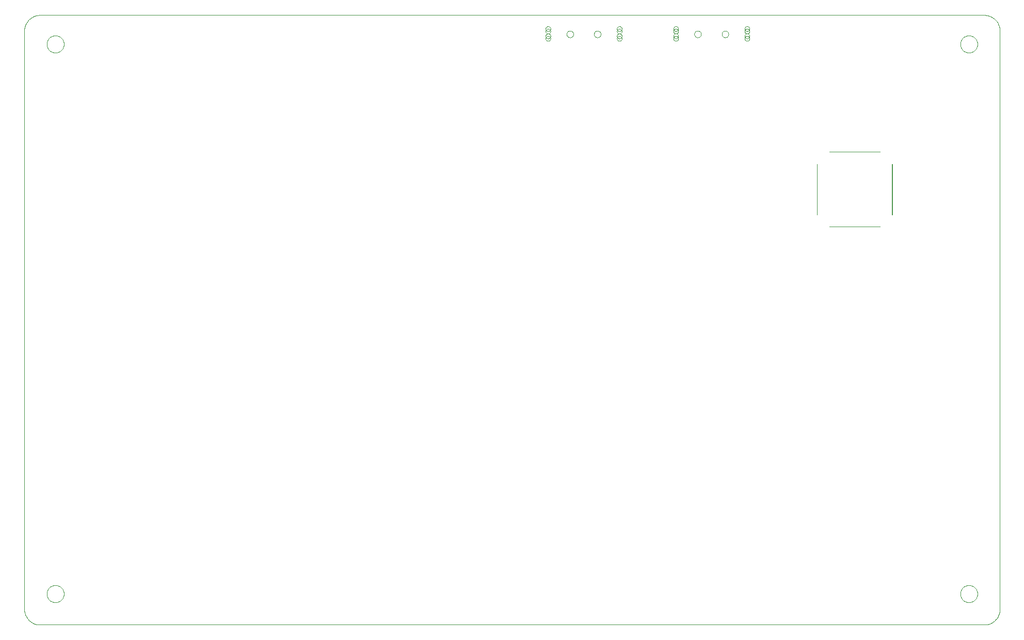
<source format=gbp>
G75*
%MOIN*%
%OFA0B0*%
%FSLAX24Y24*%
%IPPOS*%
%LPD*%
%AMOC8*
5,1,8,0,0,1.08239X$1,22.5*
%
%ADD10C,0.0000*%
%ADD11C,0.0080*%
D10*
X000350Y001350D02*
X000350Y038720D01*
X000352Y038780D01*
X000357Y038841D01*
X000366Y038900D01*
X000379Y038959D01*
X000395Y039018D01*
X000415Y039075D01*
X000438Y039130D01*
X000465Y039185D01*
X000494Y039237D01*
X000527Y039288D01*
X000563Y039337D01*
X000601Y039383D01*
X000643Y039427D01*
X000687Y039469D01*
X000733Y039507D01*
X000782Y039543D01*
X000833Y039576D01*
X000885Y039605D01*
X000940Y039632D01*
X000995Y039655D01*
X001052Y039675D01*
X001111Y039691D01*
X001170Y039704D01*
X001229Y039713D01*
X001290Y039718D01*
X001350Y039720D01*
X062342Y039720D01*
X062402Y039718D01*
X062463Y039713D01*
X062522Y039704D01*
X062581Y039691D01*
X062640Y039675D01*
X062697Y039655D01*
X062752Y039632D01*
X062807Y039605D01*
X062859Y039576D01*
X062910Y039543D01*
X062959Y039507D01*
X063005Y039469D01*
X063049Y039427D01*
X063091Y039383D01*
X063129Y039337D01*
X063165Y039288D01*
X063198Y039237D01*
X063227Y039185D01*
X063254Y039130D01*
X063277Y039075D01*
X063297Y039018D01*
X063313Y038959D01*
X063326Y038900D01*
X063335Y038841D01*
X063340Y038780D01*
X063342Y038720D01*
X063342Y001350D01*
X063340Y001290D01*
X063335Y001229D01*
X063326Y001170D01*
X063313Y001111D01*
X063297Y001052D01*
X063277Y000995D01*
X063254Y000940D01*
X063227Y000885D01*
X063198Y000833D01*
X063165Y000782D01*
X063129Y000733D01*
X063091Y000687D01*
X063049Y000643D01*
X063005Y000601D01*
X062959Y000563D01*
X062910Y000527D01*
X062859Y000494D01*
X062807Y000465D01*
X062752Y000438D01*
X062697Y000415D01*
X062640Y000395D01*
X062581Y000379D01*
X062522Y000366D01*
X062463Y000357D01*
X062402Y000352D01*
X062342Y000350D01*
X001350Y000350D01*
X001290Y000352D01*
X001229Y000357D01*
X001170Y000366D01*
X001111Y000379D01*
X001052Y000395D01*
X000995Y000415D01*
X000940Y000438D01*
X000885Y000465D01*
X000833Y000494D01*
X000782Y000527D01*
X000733Y000563D01*
X000687Y000601D01*
X000643Y000643D01*
X000601Y000687D01*
X000563Y000733D01*
X000527Y000782D01*
X000494Y000833D01*
X000465Y000885D01*
X000438Y000940D01*
X000415Y000995D01*
X000395Y001052D01*
X000379Y001111D01*
X000366Y001170D01*
X000357Y001229D01*
X000352Y001290D01*
X000350Y001350D01*
X001799Y002350D02*
X001801Y002397D01*
X001807Y002443D01*
X001817Y002489D01*
X001830Y002534D01*
X001848Y002577D01*
X001869Y002619D01*
X001893Y002659D01*
X001921Y002696D01*
X001952Y002731D01*
X001986Y002764D01*
X002022Y002793D01*
X002061Y002819D01*
X002102Y002842D01*
X002145Y002861D01*
X002189Y002877D01*
X002234Y002889D01*
X002280Y002897D01*
X002327Y002901D01*
X002373Y002901D01*
X002420Y002897D01*
X002466Y002889D01*
X002511Y002877D01*
X002555Y002861D01*
X002598Y002842D01*
X002639Y002819D01*
X002678Y002793D01*
X002714Y002764D01*
X002748Y002731D01*
X002779Y002696D01*
X002807Y002659D01*
X002831Y002619D01*
X002852Y002577D01*
X002870Y002534D01*
X002883Y002489D01*
X002893Y002443D01*
X002899Y002397D01*
X002901Y002350D01*
X002899Y002303D01*
X002893Y002257D01*
X002883Y002211D01*
X002870Y002166D01*
X002852Y002123D01*
X002831Y002081D01*
X002807Y002041D01*
X002779Y002004D01*
X002748Y001969D01*
X002714Y001936D01*
X002678Y001907D01*
X002639Y001881D01*
X002598Y001858D01*
X002555Y001839D01*
X002511Y001823D01*
X002466Y001811D01*
X002420Y001803D01*
X002373Y001799D01*
X002327Y001799D01*
X002280Y001803D01*
X002234Y001811D01*
X002189Y001823D01*
X002145Y001839D01*
X002102Y001858D01*
X002061Y001881D01*
X002022Y001907D01*
X001986Y001936D01*
X001952Y001969D01*
X001921Y002004D01*
X001893Y002041D01*
X001869Y002081D01*
X001848Y002123D01*
X001830Y002166D01*
X001817Y002211D01*
X001807Y002257D01*
X001801Y002303D01*
X001799Y002350D01*
X001799Y037850D02*
X001801Y037897D01*
X001807Y037943D01*
X001817Y037989D01*
X001830Y038034D01*
X001848Y038077D01*
X001869Y038119D01*
X001893Y038159D01*
X001921Y038196D01*
X001952Y038231D01*
X001986Y038264D01*
X002022Y038293D01*
X002061Y038319D01*
X002102Y038342D01*
X002145Y038361D01*
X002189Y038377D01*
X002234Y038389D01*
X002280Y038397D01*
X002327Y038401D01*
X002373Y038401D01*
X002420Y038397D01*
X002466Y038389D01*
X002511Y038377D01*
X002555Y038361D01*
X002598Y038342D01*
X002639Y038319D01*
X002678Y038293D01*
X002714Y038264D01*
X002748Y038231D01*
X002779Y038196D01*
X002807Y038159D01*
X002831Y038119D01*
X002852Y038077D01*
X002870Y038034D01*
X002883Y037989D01*
X002893Y037943D01*
X002899Y037897D01*
X002901Y037850D01*
X002899Y037803D01*
X002893Y037757D01*
X002883Y037711D01*
X002870Y037666D01*
X002852Y037623D01*
X002831Y037581D01*
X002807Y037541D01*
X002779Y037504D01*
X002748Y037469D01*
X002714Y037436D01*
X002678Y037407D01*
X002639Y037381D01*
X002598Y037358D01*
X002555Y037339D01*
X002511Y037323D01*
X002466Y037311D01*
X002420Y037303D01*
X002373Y037299D01*
X002327Y037299D01*
X002280Y037303D01*
X002234Y037311D01*
X002189Y037323D01*
X002145Y037339D01*
X002102Y037358D01*
X002061Y037381D01*
X002022Y037407D01*
X001986Y037436D01*
X001952Y037469D01*
X001921Y037504D01*
X001893Y037541D01*
X001869Y037581D01*
X001848Y037623D01*
X001830Y037666D01*
X001817Y037711D01*
X001807Y037757D01*
X001801Y037803D01*
X001799Y037850D01*
X034015Y038209D02*
X034017Y038234D01*
X034023Y038258D01*
X034032Y038280D01*
X034045Y038301D01*
X034061Y038320D01*
X034080Y038336D01*
X034101Y038349D01*
X034123Y038358D01*
X034147Y038364D01*
X034172Y038366D01*
X034197Y038364D01*
X034221Y038358D01*
X034243Y038349D01*
X034264Y038336D01*
X034283Y038320D01*
X034299Y038301D01*
X034312Y038280D01*
X034321Y038258D01*
X034327Y038234D01*
X034329Y038209D01*
X034327Y038184D01*
X034321Y038160D01*
X034312Y038138D01*
X034299Y038117D01*
X034283Y038098D01*
X034264Y038082D01*
X034243Y038069D01*
X034221Y038060D01*
X034197Y038054D01*
X034172Y038052D01*
X034147Y038054D01*
X034123Y038060D01*
X034101Y038069D01*
X034080Y038082D01*
X034061Y038098D01*
X034045Y038117D01*
X034032Y038138D01*
X034023Y038160D01*
X034017Y038184D01*
X034015Y038209D01*
X034015Y038367D02*
X034017Y038392D01*
X034023Y038416D01*
X034032Y038438D01*
X034045Y038459D01*
X034061Y038478D01*
X034080Y038494D01*
X034101Y038507D01*
X034123Y038516D01*
X034147Y038522D01*
X034172Y038524D01*
X034197Y038522D01*
X034221Y038516D01*
X034243Y038507D01*
X034264Y038494D01*
X034283Y038478D01*
X034299Y038459D01*
X034312Y038438D01*
X034321Y038416D01*
X034327Y038392D01*
X034329Y038367D01*
X034327Y038342D01*
X034321Y038318D01*
X034312Y038296D01*
X034299Y038275D01*
X034283Y038256D01*
X034264Y038240D01*
X034243Y038227D01*
X034221Y038218D01*
X034197Y038212D01*
X034172Y038210D01*
X034147Y038212D01*
X034123Y038218D01*
X034101Y038227D01*
X034080Y038240D01*
X034061Y038256D01*
X034045Y038275D01*
X034032Y038296D01*
X034023Y038318D01*
X034017Y038342D01*
X034015Y038367D01*
X034015Y038682D02*
X034017Y038707D01*
X034023Y038731D01*
X034032Y038753D01*
X034045Y038774D01*
X034061Y038793D01*
X034080Y038809D01*
X034101Y038822D01*
X034123Y038831D01*
X034147Y038837D01*
X034172Y038839D01*
X034197Y038837D01*
X034221Y038831D01*
X034243Y038822D01*
X034264Y038809D01*
X034283Y038793D01*
X034299Y038774D01*
X034312Y038753D01*
X034321Y038731D01*
X034327Y038707D01*
X034329Y038682D01*
X034327Y038657D01*
X034321Y038633D01*
X034312Y038611D01*
X034299Y038590D01*
X034283Y038571D01*
X034264Y038555D01*
X034243Y038542D01*
X034221Y038533D01*
X034197Y038527D01*
X034172Y038525D01*
X034147Y038527D01*
X034123Y038533D01*
X034101Y038542D01*
X034080Y038555D01*
X034061Y038571D01*
X034045Y038590D01*
X034032Y038611D01*
X034023Y038633D01*
X034017Y038657D01*
X034015Y038682D01*
X034015Y038839D02*
X034017Y038864D01*
X034023Y038888D01*
X034032Y038910D01*
X034045Y038931D01*
X034061Y038950D01*
X034080Y038966D01*
X034101Y038979D01*
X034123Y038988D01*
X034147Y038994D01*
X034172Y038996D01*
X034197Y038994D01*
X034221Y038988D01*
X034243Y038979D01*
X034264Y038966D01*
X034283Y038950D01*
X034299Y038931D01*
X034312Y038910D01*
X034321Y038888D01*
X034327Y038864D01*
X034329Y038839D01*
X034327Y038814D01*
X034321Y038790D01*
X034312Y038768D01*
X034299Y038747D01*
X034283Y038728D01*
X034264Y038712D01*
X034243Y038699D01*
X034221Y038690D01*
X034197Y038684D01*
X034172Y038682D01*
X034147Y038684D01*
X034123Y038690D01*
X034101Y038699D01*
X034080Y038712D01*
X034061Y038728D01*
X034045Y038747D01*
X034032Y038768D01*
X034023Y038790D01*
X034017Y038814D01*
X034015Y038839D01*
X035372Y038497D02*
X035374Y038526D01*
X035380Y038554D01*
X035389Y038582D01*
X035402Y038608D01*
X035419Y038631D01*
X035438Y038653D01*
X035460Y038672D01*
X035485Y038687D01*
X035511Y038700D01*
X035539Y038708D01*
X035567Y038713D01*
X035596Y038714D01*
X035625Y038711D01*
X035653Y038704D01*
X035680Y038694D01*
X035706Y038680D01*
X035729Y038663D01*
X035750Y038643D01*
X035768Y038620D01*
X035783Y038595D01*
X035794Y038568D01*
X035802Y038540D01*
X035806Y038511D01*
X035806Y038483D01*
X035802Y038454D01*
X035794Y038426D01*
X035783Y038399D01*
X035768Y038374D01*
X035750Y038351D01*
X035729Y038331D01*
X035706Y038314D01*
X035680Y038300D01*
X035653Y038290D01*
X035625Y038283D01*
X035596Y038280D01*
X035567Y038281D01*
X035539Y038286D01*
X035511Y038294D01*
X035485Y038307D01*
X035460Y038322D01*
X035438Y038341D01*
X035419Y038363D01*
X035402Y038386D01*
X035389Y038412D01*
X035380Y038440D01*
X035374Y038468D01*
X035372Y038497D01*
X037144Y038497D02*
X037146Y038526D01*
X037152Y038554D01*
X037161Y038582D01*
X037174Y038608D01*
X037191Y038631D01*
X037210Y038653D01*
X037232Y038672D01*
X037257Y038687D01*
X037283Y038700D01*
X037311Y038708D01*
X037339Y038713D01*
X037368Y038714D01*
X037397Y038711D01*
X037425Y038704D01*
X037452Y038694D01*
X037478Y038680D01*
X037501Y038663D01*
X037522Y038643D01*
X037540Y038620D01*
X037555Y038595D01*
X037566Y038568D01*
X037574Y038540D01*
X037578Y038511D01*
X037578Y038483D01*
X037574Y038454D01*
X037566Y038426D01*
X037555Y038399D01*
X037540Y038374D01*
X037522Y038351D01*
X037501Y038331D01*
X037478Y038314D01*
X037452Y038300D01*
X037425Y038290D01*
X037397Y038283D01*
X037368Y038280D01*
X037339Y038281D01*
X037311Y038286D01*
X037283Y038294D01*
X037257Y038307D01*
X037232Y038322D01*
X037210Y038341D01*
X037191Y038363D01*
X037174Y038386D01*
X037161Y038412D01*
X037152Y038440D01*
X037146Y038468D01*
X037144Y038497D01*
X038621Y038367D02*
X038623Y038392D01*
X038629Y038416D01*
X038638Y038438D01*
X038651Y038459D01*
X038667Y038478D01*
X038686Y038494D01*
X038707Y038507D01*
X038729Y038516D01*
X038753Y038522D01*
X038778Y038524D01*
X038803Y038522D01*
X038827Y038516D01*
X038849Y038507D01*
X038870Y038494D01*
X038889Y038478D01*
X038905Y038459D01*
X038918Y038438D01*
X038927Y038416D01*
X038933Y038392D01*
X038935Y038367D01*
X038933Y038342D01*
X038927Y038318D01*
X038918Y038296D01*
X038905Y038275D01*
X038889Y038256D01*
X038870Y038240D01*
X038849Y038227D01*
X038827Y038218D01*
X038803Y038212D01*
X038778Y038210D01*
X038753Y038212D01*
X038729Y038218D01*
X038707Y038227D01*
X038686Y038240D01*
X038667Y038256D01*
X038651Y038275D01*
X038638Y038296D01*
X038629Y038318D01*
X038623Y038342D01*
X038621Y038367D01*
X038621Y038209D02*
X038623Y038234D01*
X038629Y038258D01*
X038638Y038280D01*
X038651Y038301D01*
X038667Y038320D01*
X038686Y038336D01*
X038707Y038349D01*
X038729Y038358D01*
X038753Y038364D01*
X038778Y038366D01*
X038803Y038364D01*
X038827Y038358D01*
X038849Y038349D01*
X038870Y038336D01*
X038889Y038320D01*
X038905Y038301D01*
X038918Y038280D01*
X038927Y038258D01*
X038933Y038234D01*
X038935Y038209D01*
X038933Y038184D01*
X038927Y038160D01*
X038918Y038138D01*
X038905Y038117D01*
X038889Y038098D01*
X038870Y038082D01*
X038849Y038069D01*
X038827Y038060D01*
X038803Y038054D01*
X038778Y038052D01*
X038753Y038054D01*
X038729Y038060D01*
X038707Y038069D01*
X038686Y038082D01*
X038667Y038098D01*
X038651Y038117D01*
X038638Y038138D01*
X038629Y038160D01*
X038623Y038184D01*
X038621Y038209D01*
X038621Y038682D02*
X038623Y038707D01*
X038629Y038731D01*
X038638Y038753D01*
X038651Y038774D01*
X038667Y038793D01*
X038686Y038809D01*
X038707Y038822D01*
X038729Y038831D01*
X038753Y038837D01*
X038778Y038839D01*
X038803Y038837D01*
X038827Y038831D01*
X038849Y038822D01*
X038870Y038809D01*
X038889Y038793D01*
X038905Y038774D01*
X038918Y038753D01*
X038927Y038731D01*
X038933Y038707D01*
X038935Y038682D01*
X038933Y038657D01*
X038927Y038633D01*
X038918Y038611D01*
X038905Y038590D01*
X038889Y038571D01*
X038870Y038555D01*
X038849Y038542D01*
X038827Y038533D01*
X038803Y038527D01*
X038778Y038525D01*
X038753Y038527D01*
X038729Y038533D01*
X038707Y038542D01*
X038686Y038555D01*
X038667Y038571D01*
X038651Y038590D01*
X038638Y038611D01*
X038629Y038633D01*
X038623Y038657D01*
X038621Y038682D01*
X038621Y038839D02*
X038623Y038864D01*
X038629Y038888D01*
X038638Y038910D01*
X038651Y038931D01*
X038667Y038950D01*
X038686Y038966D01*
X038707Y038979D01*
X038729Y038988D01*
X038753Y038994D01*
X038778Y038996D01*
X038803Y038994D01*
X038827Y038988D01*
X038849Y038979D01*
X038870Y038966D01*
X038889Y038950D01*
X038905Y038931D01*
X038918Y038910D01*
X038927Y038888D01*
X038933Y038864D01*
X038935Y038839D01*
X038933Y038814D01*
X038927Y038790D01*
X038918Y038768D01*
X038905Y038747D01*
X038889Y038728D01*
X038870Y038712D01*
X038849Y038699D01*
X038827Y038690D01*
X038803Y038684D01*
X038778Y038682D01*
X038753Y038684D01*
X038729Y038690D01*
X038707Y038699D01*
X038686Y038712D01*
X038667Y038728D01*
X038651Y038747D01*
X038638Y038768D01*
X038629Y038790D01*
X038623Y038814D01*
X038621Y038839D01*
X042265Y038839D02*
X042267Y038864D01*
X042273Y038888D01*
X042282Y038910D01*
X042295Y038931D01*
X042311Y038950D01*
X042330Y038966D01*
X042351Y038979D01*
X042373Y038988D01*
X042397Y038994D01*
X042422Y038996D01*
X042447Y038994D01*
X042471Y038988D01*
X042493Y038979D01*
X042514Y038966D01*
X042533Y038950D01*
X042549Y038931D01*
X042562Y038910D01*
X042571Y038888D01*
X042577Y038864D01*
X042579Y038839D01*
X042577Y038814D01*
X042571Y038790D01*
X042562Y038768D01*
X042549Y038747D01*
X042533Y038728D01*
X042514Y038712D01*
X042493Y038699D01*
X042471Y038690D01*
X042447Y038684D01*
X042422Y038682D01*
X042397Y038684D01*
X042373Y038690D01*
X042351Y038699D01*
X042330Y038712D01*
X042311Y038728D01*
X042295Y038747D01*
X042282Y038768D01*
X042273Y038790D01*
X042267Y038814D01*
X042265Y038839D01*
X042265Y038682D02*
X042267Y038707D01*
X042273Y038731D01*
X042282Y038753D01*
X042295Y038774D01*
X042311Y038793D01*
X042330Y038809D01*
X042351Y038822D01*
X042373Y038831D01*
X042397Y038837D01*
X042422Y038839D01*
X042447Y038837D01*
X042471Y038831D01*
X042493Y038822D01*
X042514Y038809D01*
X042533Y038793D01*
X042549Y038774D01*
X042562Y038753D01*
X042571Y038731D01*
X042577Y038707D01*
X042579Y038682D01*
X042577Y038657D01*
X042571Y038633D01*
X042562Y038611D01*
X042549Y038590D01*
X042533Y038571D01*
X042514Y038555D01*
X042493Y038542D01*
X042471Y038533D01*
X042447Y038527D01*
X042422Y038525D01*
X042397Y038527D01*
X042373Y038533D01*
X042351Y038542D01*
X042330Y038555D01*
X042311Y038571D01*
X042295Y038590D01*
X042282Y038611D01*
X042273Y038633D01*
X042267Y038657D01*
X042265Y038682D01*
X042265Y038367D02*
X042267Y038392D01*
X042273Y038416D01*
X042282Y038438D01*
X042295Y038459D01*
X042311Y038478D01*
X042330Y038494D01*
X042351Y038507D01*
X042373Y038516D01*
X042397Y038522D01*
X042422Y038524D01*
X042447Y038522D01*
X042471Y038516D01*
X042493Y038507D01*
X042514Y038494D01*
X042533Y038478D01*
X042549Y038459D01*
X042562Y038438D01*
X042571Y038416D01*
X042577Y038392D01*
X042579Y038367D01*
X042577Y038342D01*
X042571Y038318D01*
X042562Y038296D01*
X042549Y038275D01*
X042533Y038256D01*
X042514Y038240D01*
X042493Y038227D01*
X042471Y038218D01*
X042447Y038212D01*
X042422Y038210D01*
X042397Y038212D01*
X042373Y038218D01*
X042351Y038227D01*
X042330Y038240D01*
X042311Y038256D01*
X042295Y038275D01*
X042282Y038296D01*
X042273Y038318D01*
X042267Y038342D01*
X042265Y038367D01*
X042265Y038209D02*
X042267Y038234D01*
X042273Y038258D01*
X042282Y038280D01*
X042295Y038301D01*
X042311Y038320D01*
X042330Y038336D01*
X042351Y038349D01*
X042373Y038358D01*
X042397Y038364D01*
X042422Y038366D01*
X042447Y038364D01*
X042471Y038358D01*
X042493Y038349D01*
X042514Y038336D01*
X042533Y038320D01*
X042549Y038301D01*
X042562Y038280D01*
X042571Y038258D01*
X042577Y038234D01*
X042579Y038209D01*
X042577Y038184D01*
X042571Y038160D01*
X042562Y038138D01*
X042549Y038117D01*
X042533Y038098D01*
X042514Y038082D01*
X042493Y038069D01*
X042471Y038060D01*
X042447Y038054D01*
X042422Y038052D01*
X042397Y038054D01*
X042373Y038060D01*
X042351Y038069D01*
X042330Y038082D01*
X042311Y038098D01*
X042295Y038117D01*
X042282Y038138D01*
X042273Y038160D01*
X042267Y038184D01*
X042265Y038209D01*
X043622Y038497D02*
X043624Y038526D01*
X043630Y038554D01*
X043639Y038582D01*
X043652Y038608D01*
X043669Y038631D01*
X043688Y038653D01*
X043710Y038672D01*
X043735Y038687D01*
X043761Y038700D01*
X043789Y038708D01*
X043817Y038713D01*
X043846Y038714D01*
X043875Y038711D01*
X043903Y038704D01*
X043930Y038694D01*
X043956Y038680D01*
X043979Y038663D01*
X044000Y038643D01*
X044018Y038620D01*
X044033Y038595D01*
X044044Y038568D01*
X044052Y038540D01*
X044056Y038511D01*
X044056Y038483D01*
X044052Y038454D01*
X044044Y038426D01*
X044033Y038399D01*
X044018Y038374D01*
X044000Y038351D01*
X043979Y038331D01*
X043956Y038314D01*
X043930Y038300D01*
X043903Y038290D01*
X043875Y038283D01*
X043846Y038280D01*
X043817Y038281D01*
X043789Y038286D01*
X043761Y038294D01*
X043735Y038307D01*
X043710Y038322D01*
X043688Y038341D01*
X043669Y038363D01*
X043652Y038386D01*
X043639Y038412D01*
X043630Y038440D01*
X043624Y038468D01*
X043622Y038497D01*
X045394Y038497D02*
X045396Y038526D01*
X045402Y038554D01*
X045411Y038582D01*
X045424Y038608D01*
X045441Y038631D01*
X045460Y038653D01*
X045482Y038672D01*
X045507Y038687D01*
X045533Y038700D01*
X045561Y038708D01*
X045589Y038713D01*
X045618Y038714D01*
X045647Y038711D01*
X045675Y038704D01*
X045702Y038694D01*
X045728Y038680D01*
X045751Y038663D01*
X045772Y038643D01*
X045790Y038620D01*
X045805Y038595D01*
X045816Y038568D01*
X045824Y038540D01*
X045828Y038511D01*
X045828Y038483D01*
X045824Y038454D01*
X045816Y038426D01*
X045805Y038399D01*
X045790Y038374D01*
X045772Y038351D01*
X045751Y038331D01*
X045728Y038314D01*
X045702Y038300D01*
X045675Y038290D01*
X045647Y038283D01*
X045618Y038280D01*
X045589Y038281D01*
X045561Y038286D01*
X045533Y038294D01*
X045507Y038307D01*
X045482Y038322D01*
X045460Y038341D01*
X045441Y038363D01*
X045424Y038386D01*
X045411Y038412D01*
X045402Y038440D01*
X045396Y038468D01*
X045394Y038497D01*
X046871Y038367D02*
X046873Y038392D01*
X046879Y038416D01*
X046888Y038438D01*
X046901Y038459D01*
X046917Y038478D01*
X046936Y038494D01*
X046957Y038507D01*
X046979Y038516D01*
X047003Y038522D01*
X047028Y038524D01*
X047053Y038522D01*
X047077Y038516D01*
X047099Y038507D01*
X047120Y038494D01*
X047139Y038478D01*
X047155Y038459D01*
X047168Y038438D01*
X047177Y038416D01*
X047183Y038392D01*
X047185Y038367D01*
X047183Y038342D01*
X047177Y038318D01*
X047168Y038296D01*
X047155Y038275D01*
X047139Y038256D01*
X047120Y038240D01*
X047099Y038227D01*
X047077Y038218D01*
X047053Y038212D01*
X047028Y038210D01*
X047003Y038212D01*
X046979Y038218D01*
X046957Y038227D01*
X046936Y038240D01*
X046917Y038256D01*
X046901Y038275D01*
X046888Y038296D01*
X046879Y038318D01*
X046873Y038342D01*
X046871Y038367D01*
X046871Y038209D02*
X046873Y038234D01*
X046879Y038258D01*
X046888Y038280D01*
X046901Y038301D01*
X046917Y038320D01*
X046936Y038336D01*
X046957Y038349D01*
X046979Y038358D01*
X047003Y038364D01*
X047028Y038366D01*
X047053Y038364D01*
X047077Y038358D01*
X047099Y038349D01*
X047120Y038336D01*
X047139Y038320D01*
X047155Y038301D01*
X047168Y038280D01*
X047177Y038258D01*
X047183Y038234D01*
X047185Y038209D01*
X047183Y038184D01*
X047177Y038160D01*
X047168Y038138D01*
X047155Y038117D01*
X047139Y038098D01*
X047120Y038082D01*
X047099Y038069D01*
X047077Y038060D01*
X047053Y038054D01*
X047028Y038052D01*
X047003Y038054D01*
X046979Y038060D01*
X046957Y038069D01*
X046936Y038082D01*
X046917Y038098D01*
X046901Y038117D01*
X046888Y038138D01*
X046879Y038160D01*
X046873Y038184D01*
X046871Y038209D01*
X046871Y038682D02*
X046873Y038707D01*
X046879Y038731D01*
X046888Y038753D01*
X046901Y038774D01*
X046917Y038793D01*
X046936Y038809D01*
X046957Y038822D01*
X046979Y038831D01*
X047003Y038837D01*
X047028Y038839D01*
X047053Y038837D01*
X047077Y038831D01*
X047099Y038822D01*
X047120Y038809D01*
X047139Y038793D01*
X047155Y038774D01*
X047168Y038753D01*
X047177Y038731D01*
X047183Y038707D01*
X047185Y038682D01*
X047183Y038657D01*
X047177Y038633D01*
X047168Y038611D01*
X047155Y038590D01*
X047139Y038571D01*
X047120Y038555D01*
X047099Y038542D01*
X047077Y038533D01*
X047053Y038527D01*
X047028Y038525D01*
X047003Y038527D01*
X046979Y038533D01*
X046957Y038542D01*
X046936Y038555D01*
X046917Y038571D01*
X046901Y038590D01*
X046888Y038611D01*
X046879Y038633D01*
X046873Y038657D01*
X046871Y038682D01*
X046871Y038839D02*
X046873Y038864D01*
X046879Y038888D01*
X046888Y038910D01*
X046901Y038931D01*
X046917Y038950D01*
X046936Y038966D01*
X046957Y038979D01*
X046979Y038988D01*
X047003Y038994D01*
X047028Y038996D01*
X047053Y038994D01*
X047077Y038988D01*
X047099Y038979D01*
X047120Y038966D01*
X047139Y038950D01*
X047155Y038931D01*
X047168Y038910D01*
X047177Y038888D01*
X047183Y038864D01*
X047185Y038839D01*
X047183Y038814D01*
X047177Y038790D01*
X047168Y038768D01*
X047155Y038747D01*
X047139Y038728D01*
X047120Y038712D01*
X047099Y038699D01*
X047077Y038690D01*
X047053Y038684D01*
X047028Y038682D01*
X047003Y038684D01*
X046979Y038690D01*
X046957Y038699D01*
X046936Y038712D01*
X046917Y038728D01*
X046901Y038747D01*
X046888Y038768D01*
X046879Y038790D01*
X046873Y038814D01*
X046871Y038839D01*
X052341Y030896D02*
X055609Y030896D01*
X051554Y030109D02*
X051554Y026841D01*
X052341Y026054D02*
X055609Y026054D01*
X060799Y037850D02*
X060801Y037897D01*
X060807Y037943D01*
X060817Y037989D01*
X060830Y038034D01*
X060848Y038077D01*
X060869Y038119D01*
X060893Y038159D01*
X060921Y038196D01*
X060952Y038231D01*
X060986Y038264D01*
X061022Y038293D01*
X061061Y038319D01*
X061102Y038342D01*
X061145Y038361D01*
X061189Y038377D01*
X061234Y038389D01*
X061280Y038397D01*
X061327Y038401D01*
X061373Y038401D01*
X061420Y038397D01*
X061466Y038389D01*
X061511Y038377D01*
X061555Y038361D01*
X061598Y038342D01*
X061639Y038319D01*
X061678Y038293D01*
X061714Y038264D01*
X061748Y038231D01*
X061779Y038196D01*
X061807Y038159D01*
X061831Y038119D01*
X061852Y038077D01*
X061870Y038034D01*
X061883Y037989D01*
X061893Y037943D01*
X061899Y037897D01*
X061901Y037850D01*
X061899Y037803D01*
X061893Y037757D01*
X061883Y037711D01*
X061870Y037666D01*
X061852Y037623D01*
X061831Y037581D01*
X061807Y037541D01*
X061779Y037504D01*
X061748Y037469D01*
X061714Y037436D01*
X061678Y037407D01*
X061639Y037381D01*
X061598Y037358D01*
X061555Y037339D01*
X061511Y037323D01*
X061466Y037311D01*
X061420Y037303D01*
X061373Y037299D01*
X061327Y037299D01*
X061280Y037303D01*
X061234Y037311D01*
X061189Y037323D01*
X061145Y037339D01*
X061102Y037358D01*
X061061Y037381D01*
X061022Y037407D01*
X060986Y037436D01*
X060952Y037469D01*
X060921Y037504D01*
X060893Y037541D01*
X060869Y037581D01*
X060848Y037623D01*
X060830Y037666D01*
X060817Y037711D01*
X060807Y037757D01*
X060801Y037803D01*
X060799Y037850D01*
X060799Y002350D02*
X060801Y002397D01*
X060807Y002443D01*
X060817Y002489D01*
X060830Y002534D01*
X060848Y002577D01*
X060869Y002619D01*
X060893Y002659D01*
X060921Y002696D01*
X060952Y002731D01*
X060986Y002764D01*
X061022Y002793D01*
X061061Y002819D01*
X061102Y002842D01*
X061145Y002861D01*
X061189Y002877D01*
X061234Y002889D01*
X061280Y002897D01*
X061327Y002901D01*
X061373Y002901D01*
X061420Y002897D01*
X061466Y002889D01*
X061511Y002877D01*
X061555Y002861D01*
X061598Y002842D01*
X061639Y002819D01*
X061678Y002793D01*
X061714Y002764D01*
X061748Y002731D01*
X061779Y002696D01*
X061807Y002659D01*
X061831Y002619D01*
X061852Y002577D01*
X061870Y002534D01*
X061883Y002489D01*
X061893Y002443D01*
X061899Y002397D01*
X061901Y002350D01*
X061899Y002303D01*
X061893Y002257D01*
X061883Y002211D01*
X061870Y002166D01*
X061852Y002123D01*
X061831Y002081D01*
X061807Y002041D01*
X061779Y002004D01*
X061748Y001969D01*
X061714Y001936D01*
X061678Y001907D01*
X061639Y001881D01*
X061598Y001858D01*
X061555Y001839D01*
X061511Y001823D01*
X061466Y001811D01*
X061420Y001803D01*
X061373Y001799D01*
X061327Y001799D01*
X061280Y001803D01*
X061234Y001811D01*
X061189Y001823D01*
X061145Y001839D01*
X061102Y001858D01*
X061061Y001881D01*
X061022Y001907D01*
X060986Y001936D01*
X060952Y001969D01*
X060921Y002004D01*
X060893Y002041D01*
X060869Y002081D01*
X060848Y002123D01*
X060830Y002166D01*
X060817Y002211D01*
X060807Y002257D01*
X060801Y002303D01*
X060799Y002350D01*
D11*
X056396Y026841D02*
X056396Y030109D01*
M02*

</source>
